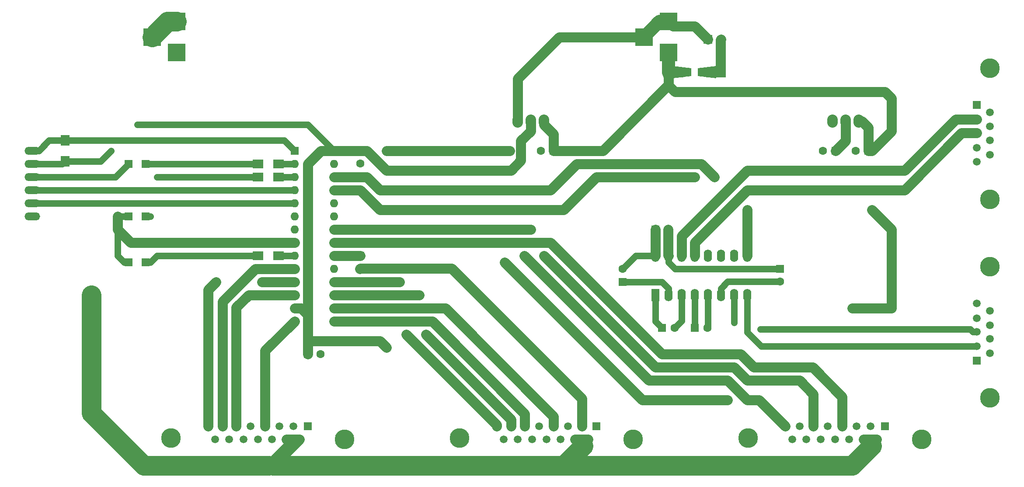
<source format=gbr>
G04 #@! TF.FileFunction,Copper,L1,Top,Signal*
%FSLAX46Y46*%
G04 Gerber Fmt 4.6, Leading zero omitted, Abs format (unit mm)*
G04 Created by KiCad (PCBNEW 4.0.7) date 12/26/17 17:51:00*
%MOMM*%
%LPD*%
G01*
G04 APERTURE LIST*
%ADD10C,0.100000*%
%ADD11R,1.600000X1.600000*%
%ADD12C,1.600000*%
%ADD13R,3.500000X3.500000*%
%ADD14R,1.500000X1.500000*%
%ADD15R,1.800000X1.800000*%
%ADD16C,1.800000*%
%ADD17C,3.810000*%
%ADD18R,1.520000X1.520000*%
%ADD19C,1.520000*%
%ADD20O,3.010000X1.510000*%
%ADD21R,1.700000X2.000000*%
%ADD22R,2.000000X1.700000*%
%ADD23R,1.998980X1.998980*%
%ADD24O,2.032000X2.540000*%
%ADD25O,1.600000X1.600000*%
%ADD26R,1.600000X2.400000*%
%ADD27O,1.600000X2.400000*%
%ADD28C,0.600000*%
%ADD29C,1.905000*%
%ADD30C,2.540000*%
%ADD31C,1.270000*%
%ADD32C,3.810000*%
G04 APERTURE END LIST*
D10*
D11*
X146005000Y-85480000D03*
D12*
X143505000Y-85480000D03*
D11*
X139655000Y-85480000D03*
D12*
X137155000Y-85480000D03*
D11*
X206965000Y-85480000D03*
D12*
X204465000Y-85480000D03*
D11*
X108540000Y-105800000D03*
D12*
X108540000Y-108300000D03*
D11*
X200615000Y-85480000D03*
D12*
X198115000Y-85480000D03*
D13*
X168230000Y-66430000D03*
X168230000Y-60430000D03*
X163530000Y-63430000D03*
X72980000Y-66430000D03*
X72980000Y-60430000D03*
X68280000Y-63430000D03*
D14*
X67010000Y-88020000D03*
X63710000Y-88020000D03*
X67010000Y-98180000D03*
X63710000Y-98180000D03*
X67010000Y-107070000D03*
X63710000Y-107070000D03*
D15*
X175850000Y-63890000D03*
D16*
X178390000Y-63890000D03*
D17*
X230460000Y-94880000D03*
X230460000Y-69480000D03*
D18*
X227920000Y-76590000D03*
D19*
X227920000Y-79380000D03*
X227920000Y-82050000D03*
X227920000Y-84850000D03*
X227920000Y-87640000D03*
X230460000Y-77990000D03*
X230460000Y-80780000D03*
X230460000Y-83450000D03*
X230460000Y-86240000D03*
D17*
X71960000Y-141110000D03*
X105490000Y-141360000D03*
D18*
X98380000Y-138820000D03*
D19*
X95590000Y-138820000D03*
X92920000Y-138820000D03*
X90130000Y-138820000D03*
X87330000Y-138820000D03*
X84540000Y-138820000D03*
X81870000Y-138820000D03*
X79080000Y-138820000D03*
X96810000Y-141360000D03*
X94270000Y-141360000D03*
X91470000Y-141360000D03*
X88730000Y-141360000D03*
X85980000Y-141360000D03*
X83190000Y-141360000D03*
X80450000Y-141360000D03*
D17*
X183720000Y-141110000D03*
X217250000Y-141360000D03*
D18*
X210140000Y-138820000D03*
D19*
X207350000Y-138820000D03*
X204680000Y-138820000D03*
X201890000Y-138820000D03*
X199090000Y-138820000D03*
X196300000Y-138820000D03*
X193630000Y-138820000D03*
X190840000Y-138820000D03*
X208570000Y-141360000D03*
X206030000Y-141360000D03*
X203230000Y-141360000D03*
X200490000Y-141360000D03*
X197740000Y-141360000D03*
X194950000Y-141360000D03*
X192210000Y-141360000D03*
D17*
X127840000Y-141110000D03*
X161370000Y-141360000D03*
D18*
X154260000Y-138820000D03*
D19*
X151470000Y-138820000D03*
X148800000Y-138820000D03*
X146010000Y-138820000D03*
X143210000Y-138820000D03*
X140420000Y-138820000D03*
X137750000Y-138820000D03*
X134960000Y-138820000D03*
X152690000Y-141360000D03*
X150150000Y-141360000D03*
X147350000Y-141360000D03*
X144610000Y-141360000D03*
X141860000Y-141360000D03*
X139070000Y-141360000D03*
X136330000Y-141360000D03*
D17*
X230460000Y-133360000D03*
X230460000Y-107960000D03*
D18*
X227920000Y-126120000D03*
D19*
X227920000Y-123330000D03*
X227920000Y-120530000D03*
X227920000Y-117870000D03*
X227920000Y-115070000D03*
X230460000Y-116470000D03*
X230460000Y-119260000D03*
X230460000Y-121930000D03*
X230460000Y-124720000D03*
D20*
X45040000Y-85480000D03*
X45040000Y-88020000D03*
X45040000Y-90560000D03*
X45040000Y-93100000D03*
X45040000Y-95640000D03*
X45040000Y-98180000D03*
D21*
X51390000Y-87480000D03*
X51390000Y-83480000D03*
D22*
X92760000Y-88020000D03*
X88760000Y-88020000D03*
X92760000Y-90560000D03*
X88760000Y-90560000D03*
X92760000Y-105800000D03*
X88760000Y-105800000D03*
D10*
G36*
X169146940Y-71438880D02*
X169146940Y-69041120D01*
X172647060Y-69439900D01*
X172647060Y-71040100D01*
X169146940Y-71438880D01*
X169146940Y-71438880D01*
G37*
G36*
X177473060Y-69041120D02*
X177473060Y-71438880D01*
X173972940Y-71040100D01*
X173972940Y-69439900D01*
X177473060Y-69041120D01*
X177473060Y-69041120D01*
G37*
D23*
X168308740Y-70240000D03*
X178311260Y-70240000D03*
D24*
X141560000Y-79765000D03*
X144100000Y-79765000D03*
X139020000Y-79765000D03*
D11*
X95840000Y-85480000D03*
D25*
X103460000Y-118500000D03*
X95840000Y-88020000D03*
X103460000Y-115960000D03*
X95840000Y-90560000D03*
X103460000Y-113420000D03*
X95840000Y-93100000D03*
X103460000Y-110880000D03*
X95840000Y-95640000D03*
X103460000Y-108340000D03*
X95840000Y-98180000D03*
X103460000Y-105800000D03*
X95840000Y-100720000D03*
X103460000Y-103260000D03*
X95840000Y-103260000D03*
X103460000Y-100720000D03*
X95840000Y-105800000D03*
X103460000Y-98180000D03*
X95840000Y-108340000D03*
X103460000Y-95640000D03*
X95840000Y-110880000D03*
X103460000Y-93100000D03*
X95840000Y-113420000D03*
X103460000Y-90560000D03*
X95840000Y-115960000D03*
X103460000Y-88020000D03*
X95840000Y-118500000D03*
X103460000Y-85480000D03*
D24*
X202520000Y-79765000D03*
X205060000Y-79765000D03*
X199980000Y-79765000D03*
D26*
X165690000Y-113420000D03*
D27*
X183470000Y-105800000D03*
X168230000Y-113420000D03*
X180930000Y-105800000D03*
X170770000Y-113420000D03*
X178390000Y-105800000D03*
X173310000Y-113420000D03*
X175850000Y-105800000D03*
X175850000Y-113420000D03*
X173310000Y-105800000D03*
X178390000Y-113420000D03*
X170770000Y-105800000D03*
X180930000Y-113420000D03*
X168230000Y-105800000D03*
X183470000Y-113420000D03*
X165690000Y-105800000D03*
D11*
X98380000Y-124850000D03*
D12*
X100880000Y-124850000D03*
D11*
X108540000Y-85480000D03*
D12*
X108540000Y-87980000D03*
D11*
X166960000Y-119770000D03*
D12*
X169460000Y-119770000D03*
D11*
X173310000Y-119770000D03*
D12*
X175810000Y-119770000D03*
D11*
X159340000Y-110880000D03*
D12*
X159340000Y-108380000D03*
D11*
X189820000Y-108340000D03*
D12*
X189820000Y-110840000D03*
D11*
X165690000Y-100720000D03*
D12*
X168190000Y-100720000D03*
D28*
X60280000Y-90560000D03*
X61550000Y-98180000D03*
X146640000Y-128660000D03*
X113620000Y-85480000D03*
X65360000Y-80400000D03*
X60280000Y-85480000D03*
X113620000Y-123580000D03*
X211410000Y-115960000D03*
X203790000Y-115960000D03*
X207600000Y-96910000D03*
X56470000Y-113420000D03*
X67900000Y-98180000D03*
X69170000Y-90560000D03*
X80600000Y-110880000D03*
X89490000Y-110880000D03*
X144100000Y-105800000D03*
X141560000Y-100720000D03*
X179660000Y-133740000D03*
X136480000Y-107070000D03*
X140290000Y-105800000D03*
X121240000Y-121040000D03*
X119970000Y-113420000D03*
X117430000Y-121040000D03*
X116160000Y-110880000D03*
X186055000Y-120015000D03*
X180975000Y-118745000D03*
X173310000Y-90560000D03*
X183470000Y-96910000D03*
X177120000Y-90560000D03*
D29*
X205060000Y-79765000D02*
X205695000Y-79765000D01*
X205695000Y-79765000D02*
X206965000Y-81035000D01*
X206965000Y-81035000D02*
X206965000Y-85480000D01*
X168308740Y-70240000D02*
X170897000Y-70240000D01*
X144100000Y-79765000D02*
X144100000Y-80400000D01*
X144100000Y-80400000D02*
X146005000Y-82305000D01*
X146005000Y-82305000D02*
X146005000Y-85480000D01*
X168308740Y-70240000D02*
X168308740Y-72701260D01*
X155530000Y-85480000D02*
X146005000Y-85480000D01*
X168308740Y-72701260D02*
X155530000Y-85480000D01*
X206965000Y-85480000D02*
X207600000Y-85480000D01*
X207600000Y-85480000D02*
X211410000Y-81670000D01*
X211410000Y-81670000D02*
X211410000Y-75320000D01*
X211410000Y-75320000D02*
X210140000Y-74050000D01*
X210140000Y-74050000D02*
X169500000Y-74050000D01*
X169500000Y-74050000D02*
X168308740Y-72858740D01*
X168308740Y-72858740D02*
X168308740Y-70240000D01*
D30*
X168308740Y-70240000D02*
X168308740Y-70318740D01*
X168230000Y-66430000D02*
X168230000Y-70240000D01*
D29*
X168230000Y-66430000D02*
X168230000Y-70161260D01*
X168230000Y-70161260D02*
X168308740Y-70240000D01*
X95840000Y-103260000D02*
X64090000Y-103260000D01*
X61550000Y-100720000D02*
X61550000Y-98180000D01*
X64090000Y-103260000D02*
X61550000Y-100720000D01*
D31*
X63710000Y-107070000D02*
X62820000Y-107070000D01*
X62820000Y-107070000D02*
X61550000Y-105800000D01*
X61550000Y-105800000D02*
X61550000Y-98180000D01*
X63710000Y-98180000D02*
X61550000Y-98180000D01*
X45040000Y-90560000D02*
X60280000Y-90560000D01*
X60280000Y-90560000D02*
X61170000Y-90560000D01*
X61170000Y-90560000D02*
X63710000Y-88020000D01*
D29*
X168190000Y-100720000D02*
X168190000Y-105760000D01*
X168190000Y-105760000D02*
X168230000Y-105800000D01*
X139020000Y-79765000D02*
X139020000Y-71510000D01*
X147100000Y-63430000D02*
X163530000Y-63430000D01*
X139020000Y-71510000D02*
X147100000Y-63430000D01*
D30*
X168230000Y-60430000D02*
X166530000Y-60430000D01*
X166530000Y-60430000D02*
X163530000Y-63430000D01*
D29*
X175850000Y-63890000D02*
X173310000Y-61350000D01*
X173310000Y-61350000D02*
X169150000Y-61350000D01*
X169150000Y-61350000D02*
X168230000Y-60430000D01*
D31*
X168230000Y-105800000D02*
X168230000Y-107070000D01*
X169500000Y-108340000D02*
X189820000Y-108340000D01*
X168230000Y-107070000D02*
X169500000Y-108340000D01*
X168190000Y-105760000D02*
X168230000Y-105800000D01*
D29*
X151470000Y-138820000D02*
X151470000Y-133490000D01*
X126280000Y-108300000D02*
X108540000Y-108300000D01*
X151470000Y-133490000D02*
X146640000Y-128660000D01*
X146640000Y-128660000D02*
X126280000Y-108300000D01*
X113620000Y-85480000D02*
X137549998Y-85480000D01*
X137549998Y-85480000D02*
X137155000Y-85480000D01*
X108500000Y-108340000D02*
X108540000Y-108300000D01*
D31*
X51390000Y-87480000D02*
X58280000Y-87480000D01*
X98380000Y-80400000D02*
X103460000Y-85480000D01*
X65360000Y-80400000D02*
X98380000Y-80400000D01*
X58280000Y-87480000D02*
X60280000Y-85480000D01*
X45040000Y-88020000D02*
X50850000Y-88020000D01*
X50850000Y-88020000D02*
X51390000Y-87480000D01*
D29*
X98380000Y-124850000D02*
X98380000Y-122310000D01*
X112350000Y-122310000D02*
X113620000Y-123580000D01*
X98380000Y-122310000D02*
X112350000Y-122310000D01*
X165690000Y-100720000D02*
X165690000Y-105800000D01*
X108540000Y-85480000D02*
X109810000Y-85480000D01*
X139655000Y-87385000D02*
X139655000Y-85480000D01*
X137750000Y-89290000D02*
X139655000Y-87385000D01*
X113620000Y-89290000D02*
X137750000Y-89290000D01*
X109810000Y-85480000D02*
X113620000Y-89290000D01*
X103460000Y-85480000D02*
X100920000Y-85480000D01*
X100920000Y-85480000D02*
X98380000Y-88020000D01*
X98380000Y-88020000D02*
X98380000Y-117230000D01*
X95840000Y-115960000D02*
X97110000Y-115960000D01*
X97110000Y-115960000D02*
X98380000Y-117230000D01*
X98380000Y-117230000D02*
X98380000Y-124850000D01*
X103460000Y-85480000D02*
X108540000Y-85480000D01*
X139655000Y-85480000D02*
X139655000Y-83575000D01*
X139655000Y-83575000D02*
X141560000Y-81670000D01*
X141560000Y-81670000D02*
X141560000Y-79765000D01*
D31*
X159340000Y-108380000D02*
X159340000Y-108340000D01*
X159340000Y-108340000D02*
X161880000Y-105800000D01*
X161880000Y-105800000D02*
X165690000Y-105800000D01*
D29*
X103460000Y-105800000D02*
X108540000Y-105800000D01*
X203790000Y-115960000D02*
X211410000Y-115960000D01*
X211410000Y-100720000D02*
X211410000Y-115960000D01*
X207600000Y-96910000D02*
X211410000Y-100720000D01*
X202520000Y-79765000D02*
X202520000Y-83575000D01*
X202520000Y-83575000D02*
X200615000Y-85480000D01*
D31*
X165690000Y-113420000D02*
X165690000Y-118500000D01*
X165690000Y-118500000D02*
X166960000Y-119770000D01*
X170770000Y-113420000D02*
X170770000Y-118460000D01*
X170770000Y-118460000D02*
X169460000Y-119770000D01*
X173310000Y-113420000D02*
X173310000Y-119770000D01*
X175850000Y-113420000D02*
X175850000Y-119730000D01*
X175850000Y-119730000D02*
X175810000Y-119770000D01*
X159340000Y-110880000D02*
X166960000Y-110880000D01*
X168230000Y-112150000D02*
X168230000Y-113420000D01*
X166960000Y-110880000D02*
X168230000Y-112150000D01*
X189820000Y-110840000D02*
X179700000Y-110840000D01*
X178390000Y-112150000D02*
X178390000Y-113420000D01*
X179700000Y-110840000D02*
X178390000Y-112150000D01*
D32*
X56470000Y-132470000D02*
X56470000Y-136280000D01*
X56470000Y-136280000D02*
X66630000Y-146440000D01*
X66630000Y-146440000D02*
X90760000Y-146440000D01*
X56470000Y-113420000D02*
X56470000Y-132470000D01*
D29*
X206030000Y-141360000D02*
X208570000Y-141360000D01*
X150150000Y-141360000D02*
X152690000Y-141360000D01*
D32*
X147910000Y-146440000D02*
X203790000Y-146440000D01*
X203790000Y-146440000D02*
X207600000Y-142630000D01*
X91730000Y-146440000D02*
X147910000Y-146440000D01*
X147910000Y-146440000D02*
X151720000Y-142630000D01*
D29*
X94270000Y-141360000D02*
X96810000Y-141360000D01*
X96810000Y-141360000D02*
X91730000Y-146440000D01*
X91730000Y-146440000D02*
X90760000Y-146440000D01*
X90760000Y-146440000D02*
X95840000Y-141360000D01*
D32*
X72980000Y-60430000D02*
X71280000Y-60430000D01*
X71280000Y-60430000D02*
X68280000Y-63430000D01*
D31*
X67010000Y-88020000D02*
X88760000Y-88020000D01*
X88760000Y-90560000D02*
X69170000Y-90560000D01*
X67900000Y-98180000D02*
X67010000Y-98180000D01*
X67010000Y-107070000D02*
X67900000Y-107070000D01*
X69170000Y-105800000D02*
X88760000Y-105800000D01*
X67900000Y-107070000D02*
X69170000Y-105800000D01*
D29*
X175723000Y-70240000D02*
X178311260Y-70240000D01*
X178311260Y-70240000D02*
X178311260Y-63968740D01*
X178311260Y-63968740D02*
X178390000Y-63890000D01*
X170770000Y-105800000D02*
X170770000Y-101990000D01*
X223860000Y-79380000D02*
X227920000Y-79380000D01*
X213950000Y-89290000D02*
X223860000Y-79380000D01*
X183470000Y-89290000D02*
X213950000Y-89290000D01*
X170770000Y-101990000D02*
X183470000Y-89290000D01*
X173310000Y-105800000D02*
X173310000Y-103260000D01*
X225000000Y-82050000D02*
X227920000Y-82050000D01*
X213950000Y-93100000D02*
X225000000Y-82050000D01*
X183470000Y-93100000D02*
X213950000Y-93100000D01*
X173310000Y-103260000D02*
X183470000Y-93100000D01*
X90130000Y-138820000D02*
X90130000Y-124210000D01*
X90130000Y-124210000D02*
X95840000Y-118500000D01*
X95840000Y-113420000D02*
X86950000Y-113420000D01*
X84540000Y-115830000D02*
X84540000Y-138820000D01*
X86950000Y-113420000D02*
X84540000Y-115830000D01*
X95840000Y-108340000D02*
X88220000Y-108340000D01*
X81870000Y-114690000D02*
X81870000Y-138820000D01*
X88220000Y-108340000D02*
X81870000Y-114690000D01*
X95840000Y-110880000D02*
X89490000Y-110880000D01*
X79080000Y-112400000D02*
X79080000Y-138820000D01*
X80600000Y-110880000D02*
X79080000Y-112400000D01*
X103460000Y-103260000D02*
X145370000Y-103260000D01*
X201890000Y-133110000D02*
X201890000Y-138820000D01*
X196170000Y-127390000D02*
X201890000Y-133110000D01*
X184740000Y-127390000D02*
X196170000Y-127390000D01*
X182200000Y-124850000D02*
X184740000Y-127390000D01*
X166960000Y-124850000D02*
X182200000Y-124850000D01*
X145370000Y-103260000D02*
X166960000Y-124850000D01*
X103460000Y-100720000D02*
X141560000Y-100720000D01*
X196300000Y-132600000D02*
X196300000Y-138820000D01*
X193630000Y-129930000D02*
X196300000Y-132600000D01*
X183470000Y-129930000D02*
X193630000Y-129930000D01*
X180930000Y-127390000D02*
X183470000Y-129930000D01*
X165690000Y-127390000D02*
X180930000Y-127390000D01*
X144100000Y-105800000D02*
X165690000Y-127390000D01*
X163150000Y-133740000D02*
X179660000Y-133740000D01*
X136480000Y-107070000D02*
X163150000Y-133740000D01*
X185760000Y-133740000D02*
X190840000Y-138820000D01*
X183470000Y-133740000D02*
X185760000Y-133740000D01*
X179660000Y-129930000D02*
X183470000Y-133740000D01*
X164420000Y-129930000D02*
X179660000Y-129930000D01*
X140290000Y-105800000D02*
X164420000Y-129930000D01*
X103460000Y-115960000D02*
X125050000Y-115960000D01*
X146010000Y-136920000D02*
X146010000Y-138820000D01*
X125050000Y-115960000D02*
X146010000Y-136920000D01*
X103460000Y-118500000D02*
X122510000Y-118500000D01*
X140420000Y-136410000D02*
X140420000Y-138820000D01*
X122510000Y-118500000D02*
X140420000Y-136410000D01*
X103460000Y-113420000D02*
X119970000Y-113420000D01*
X137750000Y-137550000D02*
X137750000Y-138820000D01*
X121240000Y-121040000D02*
X137750000Y-137550000D01*
X103460000Y-110880000D02*
X116160000Y-110880000D01*
X117430000Y-121040000D02*
X134960000Y-138570000D01*
X134960000Y-138570000D02*
X134960000Y-138820000D01*
D31*
X180930000Y-113420000D02*
X180930000Y-118700000D01*
X226695000Y-120015000D02*
X227210000Y-120530000D01*
X224155000Y-120015000D02*
X226695000Y-120015000D01*
X186055000Y-120015000D02*
X224155000Y-120015000D01*
X180930000Y-118700000D02*
X180975000Y-118745000D01*
X227210000Y-120530000D02*
X227920000Y-120530000D01*
X227920000Y-123330000D02*
X186195000Y-123330000D01*
X183470000Y-120605000D02*
X183470000Y-113420000D01*
X186195000Y-123330000D02*
X183470000Y-120605000D01*
X51390000Y-83480000D02*
X93840000Y-83480000D01*
X93840000Y-83480000D02*
X95840000Y-85480000D01*
X45040000Y-85480000D02*
X46310000Y-85480000D01*
X46310000Y-85480000D02*
X48310000Y-83480000D01*
X48310000Y-83480000D02*
X51390000Y-83480000D01*
X45040000Y-93100000D02*
X94570000Y-93100000D01*
X94570000Y-93100000D02*
X95840000Y-93100000D01*
X45040000Y-95640000D02*
X95840000Y-95640000D01*
X92760000Y-88020000D02*
X95840000Y-88020000D01*
X92760000Y-90560000D02*
X95840000Y-90560000D01*
X92760000Y-105800000D02*
X95840000Y-105800000D01*
D29*
X103460000Y-93100000D02*
X108540000Y-93100000D01*
X154260000Y-90560000D02*
X173310000Y-90560000D01*
X147910000Y-96910000D02*
X154260000Y-90560000D01*
X112350000Y-96910000D02*
X147910000Y-96910000D01*
X108540000Y-93100000D02*
X112350000Y-96910000D01*
X103460000Y-90560000D02*
X109810000Y-90560000D01*
X183470000Y-96910000D02*
X183470000Y-105800000D01*
X174580000Y-88020000D02*
X177120000Y-90560000D01*
X150450000Y-88020000D02*
X174580000Y-88020000D01*
X145370000Y-93100000D02*
X150450000Y-88020000D01*
X112350000Y-93100000D02*
X145370000Y-93100000D01*
X109810000Y-90560000D02*
X112350000Y-93100000D01*
M02*

</source>
